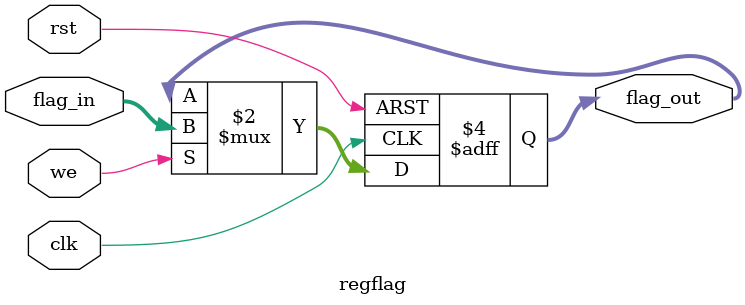
<source format=v>
module regflag(
    input wire clk,
    input wire rst,
    input wire [3:0] flag_in,
    input wire we,
    output reg [3:0] flag_out
);
    always @(posedge clk or posedge rst) begin
        if (rst) flag_out <= 4'b0;
        else if (we) flag_out <= flag_in;
    end
endmodule

</source>
